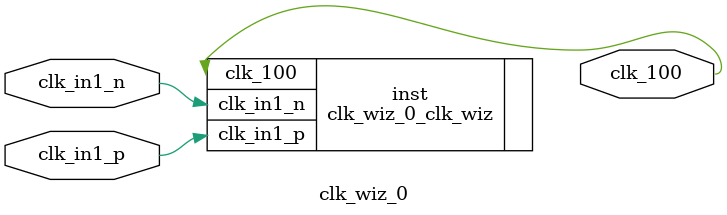
<source format=v>


`timescale 1ps/1ps

(* CORE_GENERATION_INFO = "clk_wiz_0,clk_wiz_v6_0_10_0_0,{component_name=clk_wiz_0,use_phase_alignment=true,use_min_o_jitter=false,use_max_i_jitter=false,use_dyn_phase_shift=false,use_inclk_switchover=false,use_dyn_reconfig=false,enable_axi=0,feedback_source=FDBK_AUTO,PRIMITIVE=MMCM,num_out_clk=1,clkin1_period=5.000,clkin2_period=10.0,use_power_down=false,use_reset=false,use_locked=false,use_inclk_stopped=false,feedback_type=SINGLE,CLOCK_MGR_TYPE=NA,manual_override=false}" *)

module clk_wiz_0 
 (
  // Clock out ports
  output        clk_100,
 // Clock in ports
  input         clk_in1_p,
  input         clk_in1_n
 );

  clk_wiz_0_clk_wiz inst
  (
  // Clock out ports  
  .clk_100(clk_100),
 // Clock in ports
  .clk_in1_p(clk_in1_p),
  .clk_in1_n(clk_in1_n)
  );

endmodule

</source>
